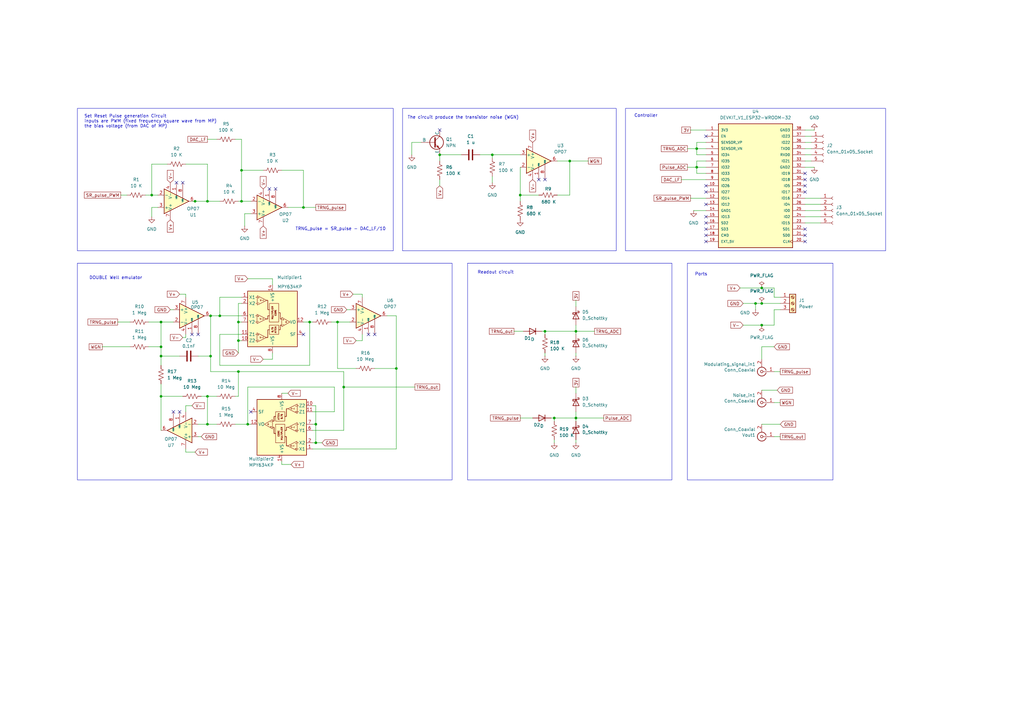
<source format=kicad_sch>
(kicad_sch (version 20231120) (generator "eeschema") (generator_version "8.0")
  (paper "A3")
  (lib_symbols
    (symbol "Amplifier_Operational:OP07" (pin_names (offset 0.127))
      (property "Reference" "U" (at 1.27 6.35 0))
      (property "Value" "OP07" (at 1.27 3.81 0))
      (symbol "OP07_1_1"
        (pin input line (at 0 -7.62 90) (length 5.08) (name "VOS") (number "1"))
        (pin input line (at -7.62 -2.54 0) (length 2.54) (name "-") (number "2"))
        (pin input line (at -7.62 2.54 0) (length 2.54) (name "+") (number "3"))
        (pin power_in line (at -2.54 -7.62 90) (length 3.81) (name "V-") (number "4"))
        (pin no_connect line (at 0 2.54 270) (length 2.54) hide (name "NC") (number "5"))
        (pin output line (at 7.62 0 180) (length 2.54) (name "~") (number "6"))
        (pin power_in line (at -2.54 7.62 270) (length 3.81) (name "V+") (number "7"))
        (pin input line (at 2.54 -7.62 90) (length 6.35) (name "VOS") (number "8"))
      )
    )
    (symbol "Analog:MPY634KP"
      (property "Reference" "U" (at -10.16 13.97 0))
      (property "Value" "MPY634KP" (at 1.27 13.97 0))
      (symbol "MPY634KP_0_0"
        (text "+" (at -5.842 -5.207 0) (effects (font (size 0.635 0.635))))
        (text "+" (at -5.842 2.413 0) (effects (font (size 0.635 0.635))))
        (text "+" (at -5.715 10.033 0) (effects (font (size 0.635 0.635))))
        (text "+" (at 4.445 1.016 0) (effects (font (size 0.635 0.635))))
        (text "-" (at -5.842 -7.366 0) (effects (font (size 0.635 0.635))))
        (text "-" (at -5.842 0.254 0) (effects (font (size 0.635 0.635))))
        (text "-" (at -5.715 7.874 0) (effects (font (size 0.635 0.635))))
        (text "-" (at 4.445 -1.016 0) (effects (font (size 0.635 0.635))))
        (text "A" (at 5.588 0 0) (effects (font (size 0.635 0.635))))
        (text "V-I" (at -4.445 -6.35 0) (effects (font (size 0.635 0.635))))
        (text "V-I" (at -4.445 1.27 0) (effects (font (size 0.635 0.635))))
        (text "V-I" (at -4.318 8.89 0) (effects (font (size 0.635 0.635))))
      )
      (symbol "MPY634KP_1_0"
        (text "0.75" (at 0 -3.175 900) (effects (font (size 0.635 0.635))))
        (text "ATTEN" (at 1.27 -3.175 900) (effects (font (size 0.635 0.635))))
        (text "CORE" (at 1.27 3.81 900) (effects (font (size 0.635 0.635))))
        (text "MULTIPLIER" (at 0 3.81 900) (effects (font (size 0.635 0.635))))
      )
      (symbol "MPY634KP_1_1"
        (pin input line (at -12.7 10.16 0) (length 2.54) (name "X1") (number "1"))
        (pin input line (at -12.7 -7.62 0) (length 2.54) (name "Z2") (number "10"))
        (pin input line (at -12.7 -5.08 0) (length 2.54) (name "Z1") (number "11"))
        (pin output line (at 12.7 0 180) (length 2.54) (name "VO") (number "12"))
        (pin no_connect line (at 10.16 2.54 180) (length 2.54) hide (name "NC") (number "13"))
        (pin power_in line (at 0 15.24 270) (length 2.54) (name "+VS") (number "14"))
        (pin input line (at -12.7 7.62 0) (length 2.54) (name "X2") (number "2"))
        (pin no_connect line (at 10.16 10.16 180) (length 2.54) hide (name "NC") (number "3"))
        (pin passive line (at 12.7 -5.08 180) (length 2.54) (name "SF") (number "4"))
        (pin no_connect line (at 10.16 7.62 180) (length 2.54) hide (name "NC") (number "5"))
        (pin input line (at -12.7 2.54 0) (length 2.54) (name "Y1") (number "6"))
        (pin input line (at -12.7 0 0) (length 2.54) (name "Y2") (number "7"))
        (pin power_in line (at 0 -12.7 90) (length 2.54) (name "-VS") (number "8"))
        (pin no_connect line (at 10.16 5.08 180) (length 2.54) hide (name "NC") (number "9"))
      )
    )
    (symbol "Connector:Conn_01x05_Socket" (pin_names (offset 1.016) hide)
      (property "Reference" "J" (at 0 7.62 0))
      (property "Value" "Conn_01x05_Socket" (at 0 -7.62 0))
      (symbol "Conn_01x05_Socket_1_1"
        (pin passive line (at -5.08 5.08 0) (length 3.81) (name "Pin_1") (number "1"))
        (pin passive line (at -5.08 2.54 0) (length 3.81) (name "Pin_2") (number "2"))
        (pin passive line (at -5.08 0 0) (length 3.81) (name "Pin_3") (number "3"))
        (pin passive line (at -5.08 -2.54 0) (length 3.81) (name "Pin_4") (number "4"))
        (pin passive line (at -5.08 -5.08 0) (length 3.81) (name "Pin_5") (number "5"))
      )
    )
    (symbol "Connector:Conn_Coaxial" (pin_names (offset 1.016) hide)
      (property "Reference" "J" (at 0.254 3.048 0))
      (property "Value" "Conn_Coaxial" (at 2.921 0 90))
      (symbol "Conn_Coaxial_1_1"
        (pin passive line (at -5.08 0 0) (length 2.54) (name "In") (number "1"))
        (pin passive line (at 0 -5.08 90) (length 2.54) (name "Ext") (number "2"))
      )
    )
    (symbol "Connector:Screw_Terminal_01x03" (pin_names (offset 1.016) hide)
      (property "Reference" "J" (at 0 5.08 0))
      (property "Value" "Screw_Terminal_01x03" (at 0 -5.08 0))
      (symbol "Screw_Terminal_01x03_1_1"
        (pin passive line (at -5.08 2.54 0) (length 3.81) (name "Pin_1") (number "1"))
        (pin passive line (at -5.08 0 0) (length 3.81) (name "Pin_2") (number "2"))
        (pin passive line (at -5.08 -2.54 0) (length 3.81) (name "Pin_3") (number "3"))
      )
    )
    (symbol "Device:C" (pin_numbers hide) (pin_names (offset 0.254))
      (property "Reference" "C" (at 0.635 2.54 0))
      (property "Value" "C" (at 0.635 -2.54 0))
      (symbol "C_1_1"
        (pin passive line (at 0 3.81 270) (length 2.794) (name "~") (number "1"))
        (pin passive line (at 0 -3.81 90) (length 2.794) (name "~") (number "2"))
      )
    )
    (symbol "Device:D" (pin_numbers hide) (pin_names (offset 1.016) hide)
      (property "Reference" "D" (at 0 2.54 0))
      (property "Value" "D" (at 0 -2.54 0))
      (symbol "D_1_1"
        (pin passive line (at -3.81 0 0) (length 2.54) (name "K") (number "1"))
        (pin passive line (at 3.81 0 180) (length 2.54) (name "A") (number "2"))
      )
    )
    (symbol "Device:D_Schottky" (pin_numbers hide) (pin_names (offset 1.016) hide)
      (property "Reference" "D" (at 0 2.54 0))
      (property "Value" "D_Schottky" (at 0 -2.54 0))
      (symbol "D_Schottky_1_1"
        (pin passive line (at -3.81 0 0) (length 2.54) (name "K") (number "1"))
        (pin passive line (at 3.81 0 180) (length 2.54) (name "A") (number "2"))
      )
    )
    (symbol "Device:R_US" (pin_numbers hide) (pin_names (offset 0))
      (property "Reference" "R" (at 2.54 0 90))
      (property "Value" "R_US" (at -2.54 0 90))
      (symbol "R_US_1_1"
        (pin passive line (at 0 3.81 270) (length 1.27) (name "~") (number "1"))
        (pin passive line (at 0 -3.81 90) (length 1.27) (name "~") (number "2"))
      )
    )
    (symbol "ESP32_WROOM:DEVKIT_V1_ESP32-WROOM-32" (pin_names (offset 1.016))
      (property "Reference" "U" (at -15.2572 26.0643 0))
      (property "Value" "DEVKIT_V1_ESP32-WROOM-32" (at -15.2563 -27.9698 0))
      (symbol "DEVKIT_V1_ESP32-WROOM-32_0_0"
        (pin power_in line (at -20.32 22.86 0) (length 5.08) (name "3V3") (number "1"))
        (pin bidirectional line (at -20.32 0 0) (length 5.08) (name "IO26") (number "10"))
        (pin bidirectional line (at -20.32 -2.54 0) (length 5.08) (name "IO27") (number "11"))
        (pin bidirectional line (at -20.32 -5.08 0) (length 5.08) (name "IO14") (number "12"))
        (pin bidirectional line (at -20.32 -7.62 0) (length 5.08) (name "IO12") (number "13"))
        (pin power_in line (at -20.32 -10.16 0) (length 5.08) (name "GND1") (number "14"))
        (pin bidirectional line (at -20.32 -12.7 0) (length 5.08) (name "IO13") (number "15"))
        (pin bidirectional line (at -20.32 -15.24 0) (length 5.08) (name "SD2") (number "16"))
        (pin bidirectional line (at -20.32 -17.78 0) (length 5.08) (name "SD3") (number "17"))
        (pin bidirectional line (at -20.32 -20.32 0) (length 5.08) (name "CMD") (number "18"))
        (pin power_in line (at -20.32 -22.86 0) (length 5.08) (name "EXT_5V") (number "19"))
        (pin input line (at -20.32 20.32 0) (length 5.08) (name "EN") (number "2"))
        (pin input clock (at 20.32 -22.86 180) (length 5.08) (name "CLK") (number "20"))
        (pin bidirectional line (at 20.32 -20.32 180) (length 5.08) (name "SD0") (number "21"))
        (pin bidirectional line (at 20.32 -17.78 180) (length 5.08) (name "SD1") (number "22"))
        (pin bidirectional line (at 20.32 -15.24 180) (length 5.08) (name "IO15") (number "23"))
        (pin bidirectional line (at 20.32 -12.7 180) (length 5.08) (name "IO2") (number "24"))
        (pin bidirectional line (at 20.32 -10.16 180) (length 5.08) (name "IO0") (number "25"))
        (pin bidirectional line (at 20.32 -7.62 180) (length 5.08) (name "IO4") (number "26"))
        (pin bidirectional line (at 20.32 -5.08 180) (length 5.08) (name "IO16") (number "27"))
        (pin bidirectional line (at 20.32 -2.54 180) (length 5.08) (name "IO17") (number "28"))
        (pin bidirectional line (at 20.32 0 180) (length 5.08) (name "IO5") (number "29"))
        (pin input line (at -20.32 17.78 0) (length 5.08) (name "SENSOR_VP") (number "3"))
        (pin bidirectional line (at 20.32 2.54 180) (length 5.08) (name "IO18") (number "30"))
        (pin bidirectional line (at 20.32 5.08 180) (length 5.08) (name "IO19") (number "31"))
        (pin power_in line (at 20.32 7.62 180) (length 5.08) (name "GND2") (number "32"))
        (pin bidirectional line (at 20.32 10.16 180) (length 5.08) (name "IO21") (number "33"))
        (pin input line (at 20.32 12.7 180) (length 5.08) (name "RXD0") (number "34"))
        (pin output line (at 20.32 15.24 180) (length 5.08) (name "TXD0") (number "35"))
        (pin bidirectional line (at 20.32 17.78 180) (length 5.08) (name "IO22") (number "36"))
        (pin bidirectional line (at 20.32 20.32 180) (length 5.08) (name "IO23") (number "37"))
        (pin power_in line (at 20.32 22.86 180) (length 5.08) (name "GND3") (number "38"))
        (pin input line (at -20.32 15.24 0) (length 5.08) (name "SENSOR_VN") (number "4"))
        (pin bidirectional line (at -20.32 12.7 0) (length 5.08) (name "IO34") (number "5"))
        (pin bidirectional line (at -20.32 10.16 0) (length 5.08) (name "IO35") (number "6"))
        (pin bidirectional line (at -20.32 7.62 0) (length 5.08) (name "IO32") (number "7"))
        (pin bidirectional line (at -20.32 5.08 0) (length 5.08) (name "IO33") (number "8"))
        (pin bidirectional line (at -20.32 2.54 0) (length 5.08) (name "IO25") (number "9"))
      )
    )
    (symbol "Simulation_SPICE:NPN" (pin_numbers hide) (pin_names (offset 0))
      (property "Reference" "Q" (at -2.54 7.62 0))
      (property "Value" "NPN" (at -2.54 5.08 0))
      (symbol "NPN_1_1"
        (pin open_collector line (at 2.54 5.08 270) (length 2.54) (name "C") (number "1"))
        (pin input line (at -5.08 0 0) (length 2.54) (name "B") (number "2"))
        (pin open_emitter line (at 2.54 -5.08 90) (length 2.54) (name "E") (number "3"))
      )
    )
    (symbol "power:GND" (power) (pin_numbers hide) (pin_names (offset 0) hide)
      (property "Value" "GND" (at 0 -3.81 0))
      (symbol "GND_1_1"
        (pin power_in line (at 0 0 270) (length 0) (name "~") (number "1"))
      )
    )
    (symbol "power:PWR_FLAG" (power) (pin_numbers hide) (pin_names (offset 0) hide)
      (property "Value" "PWR_FLAG" (at 0 3.81 0))
      (symbol "PWR_FLAG_0_0"
        (pin power_out line (at 0 0 90) (length 0) (name "~") (number "1"))
      )
    )
  )
  (junction (at 236.22 135.89))
  (junction (at 236.22 171.45))
  (junction (at 99.06 82.55))
  (junction (at 66.04 162.56))
  (junction (at 101.6 173.99))
  (junction (at 85.09 82.55))
  (junction (at 97.79 139.7))
  (junction (at 285.75 68.58))
  (junction (at 233.68 66.04))
  (junction (at 140.97 158.75))
  (junction (at 213.36 80.01))
  (junction (at 86.36 129.54))
  (junction (at 309.88 124.46))
  (junction (at 138.43 132.08))
  (junction (at 223.52 135.89))
  (junction (at 312.42 133.35))
  (junction (at 85.09 173.99))
  (junction (at 227.33 171.45))
  (junction (at 66.04 146.05))
  (junction (at 129.54 173.99))
  (junction (at 66.04 142.24))
  (junction (at 180.34 63.5))
  (junction (at 127 132.08))
  (junction (at 80.01 82.55))
  (junction (at 285.75 60.96))
  (junction (at 312.42 118.11))
  (junction (at 97.79 152.4))
  (junction (at 99.06 69.85))
  (junction (at 129.54 181.61))
  (junction (at 66.04 132.08))
  (junction (at 62.23 80.01))
  (junction (at 90.17 129.54))
  (junction (at 86.36 146.05))
  (junction (at 162.56 151.13))
  (junction (at 312.42 124.46))
  (junction (at 85.09 162.56))
  (junction (at 201.93 63.5))
  (junction (at 97.79 132.08))
  (junction (at 124.46 85.09))
  (no_connect (at 220.98 73.66))
  (no_connect (at 72.39 74.93))
  (no_connect (at 330.2 78.74))
  (no_connect (at 330.2 96.52))
  (no_connect (at 289.56 83.82))
  (no_connect (at 151.13 137.16))
  (no_connect (at 330.2 93.98))
  (no_connect (at 102.87 168.91))
  (no_connect (at 289.56 96.52))
  (no_connect (at 73.66 168.91))
  (no_connect (at 330.2 71.12))
  (no_connect (at 74.93 74.93))
  (no_connect (at 330.2 99.06))
  (no_connect (at 71.12 168.91))
  (no_connect (at 180.34 53.34))
  (no_connect (at 124.46 137.16))
  (no_connect (at 289.56 99.06))
  (no_connect (at 289.56 93.98))
  (no_connect (at 223.52 73.66))
  (no_connect (at 113.03 77.47))
  (no_connect (at 289.56 55.88))
  (no_connect (at 330.2 73.66))
  (no_connect (at 289.56 88.9))
  (no_connect (at 330.2 76.2))
  (no_connect (at 153.67 137.16))
  (no_connect (at 110.49 77.47))
  (no_connect (at 78.74 137.16))
  (no_connect (at 289.56 78.74))
  (no_connect (at 289.56 76.2))
  (no_connect (at 81.28 137.16))
  (no_connect (at 289.56 91.44))
  (wire (pts (xy 99.06 82.55) (xy 102.87 82.55)))
  (wire (pts (xy 129.54 181.61) (xy 128.27 181.61)))
  (wire (pts (xy 320.04 121.92) (xy 317.5 121.92)))
  (wire (pts (xy 336.55 83.82) (xy 330.2 83.82)))
  (wire (pts (xy 129.54 166.37) (xy 129.54 173.99)))
  (wire (pts (xy 66.04 132.08) (xy 71.12 132.08)))
  (wire (pts (xy 140.97 158.75) (xy 170.18 158.75)))
  (wire (pts (xy 99.06 57.15) (xy 99.06 69.85)))
  (wire (pts (xy 86.36 129.54) (xy 86.36 146.05)))
  (wire (pts (xy 196.85 63.5) (xy 201.93 63.5)))
  (wire (pts (xy 137.16 158.75) (xy 101.6 158.75)))
  (wire (pts (xy 86.36 146.05) (xy 86.36 152.4)))
  (wire (pts (xy 86.36 152.4) (xy 97.79 152.4)))
  (wire (pts (xy 107.95 147.32) (xy 111.76 147.32)))
  (wire (pts (xy 62.23 67.31) (xy 62.23 80.01)))
  (wire (pts (xy 62.23 88.9) (xy 62.23 85.09)))
  (wire (pts (xy 317.5 127) (xy 320.04 127)))
  (wire (pts (xy 334.01 68.58) (xy 330.2 68.58)))
  (wire (pts (xy 285.75 60.96) (xy 289.56 60.96)))
  (wire (pts (xy 132.08 181.61) (xy 129.54 181.61)))
  (wire (pts (xy 312.42 118.11) (xy 317.5 118.11)))
  (wire (pts (xy 85.09 67.31) (xy 85.09 82.55)))
  (wire (pts (xy 162.56 151.13) (xy 162.56 184.15)))
  (wire (pts (xy 317.5 121.92) (xy 317.5 118.11)))
  (wire (pts (xy 85.09 162.56) (xy 82.55 162.56)))
  (wire (pts (xy 317.5 165.1) (xy 320.04 165.1)))
  (wire (pts (xy 97.79 139.7) (xy 99.06 139.7)))
  (wire (pts (xy 73.66 146.05) (xy 66.04 146.05)))
  (wire (pts (xy 223.52 135.89) (xy 236.22 135.89)))
  (wire (pts (xy 236.22 144.78) (xy 236.22 146.05)))
  (wire (pts (xy 118.11 161.29) (xy 115.57 161.29)))
  (wire (pts (xy 66.04 162.56) (xy 66.04 176.53)))
  (wire (pts (xy 223.52 135.89) (xy 223.52 137.16)))
  (wire (pts (xy 162.56 129.54) (xy 162.56 151.13)))
  (wire (pts (xy 140.97 152.4) (xy 140.97 158.75)))
  (wire (pts (xy 336.55 91.44) (xy 330.2 91.44)))
  (wire (pts (xy 66.04 142.24) (xy 66.04 146.05)))
  (wire (pts (xy 111.76 147.32) (xy 111.76 144.78)))
  (wire (pts (xy 236.22 168.91) (xy 236.22 171.45)))
  (wire (pts (xy 100.33 87.63) (xy 102.87 87.63)))
  (wire (pts (xy 59.69 80.01) (xy 62.23 80.01)))
  (wire (pts (xy 140.97 158.75) (xy 140.97 176.53)))
  (wire (pts (xy 317.5 142.24) (xy 312.42 142.24)))
  (wire (pts (xy 330.2 58.42) (xy 332.74 58.42)))
  (wire (pts (xy 233.68 66.04) (xy 233.68 80.01)))
  (wire (pts (xy 48.26 132.08) (xy 53.34 132.08)))
  (wire (pts (xy 90.17 149.86) (xy 127 149.86)))
  (wire (pts (xy 78.74 166.37) (xy 76.2 166.37)))
  (wire (pts (xy 317.5 179.07) (xy 320.04 179.07)))
  (wire (pts (xy 283.21 81.28) (xy 289.56 81.28)))
  (wire (pts (xy 101.6 173.99) (xy 96.52 173.99)))
  (wire (pts (xy 127 149.86) (xy 127 132.08)))
  (wire (pts (xy 124.46 85.09) (xy 129.54 85.09)))
  (wire (pts (xy 82.55 179.07) (xy 81.28 179.07)))
  (wire (pts (xy 90.17 129.54) (xy 90.17 121.92)))
  (wire (pts (xy 97.79 124.46) (xy 97.79 132.08)))
  (wire (pts (xy 66.04 162.56) (xy 66.04 157.48)))
  (wire (pts (xy 101.6 158.75) (xy 101.6 173.99)))
  (wire (pts (xy 236.22 158.75) (xy 236.22 161.29)))
  (wire (pts (xy 97.79 152.4) (xy 140.97 152.4)))
  (wire (pts (xy 312.42 173.99) (xy 320.04 173.99)))
  (wire (pts (xy 85.09 57.15) (xy 88.9 57.15)))
  (wire (pts (xy 97.79 162.56) (xy 96.52 162.56)))
  (wire (pts (xy 71.12 127) (xy 69.85 127)))
  (wire (pts (xy 312.42 124.46) (xy 320.04 124.46)))
  (wire (pts (xy 236.22 135.89) (xy 243.84 135.89)))
  (wire (pts (xy 330.2 53.34) (xy 334.01 53.34)))
  (wire (pts (xy 111.76 114.3) (xy 111.76 116.84)))
  (wire (pts (xy 86.36 129.54) (xy 90.17 129.54)))
  (wire (pts (xy 85.09 173.99) (xy 81.28 173.99)))
  (wire (pts (xy 41.91 142.24) (xy 53.34 142.24)))
  (wire (pts (xy 236.22 133.35) (xy 236.22 135.89)))
  (wire (pts (xy 309.88 124.46) (xy 312.42 124.46)))
  (wire (pts (xy 76.2 168.91) (xy 76.2 166.37)))
  (wire (pts (xy 62.23 85.09) (xy 64.77 85.09)))
  (wire (pts (xy 168.91 58.42) (xy 168.91 63.5)))
  (wire (pts (xy 228.6 80.01) (xy 233.68 80.01)))
  (wire (pts (xy 285.75 71.12) (xy 289.56 71.12)))
  (wire (pts (xy 226.06 171.45) (xy 227.33 171.45)))
  (wire (pts (xy 236.22 137.16) (xy 236.22 135.89)))
  (wire (pts (xy 285.75 66.04) (xy 285.75 68.58)))
  (wire (pts (xy 201.93 63.5) (xy 213.36 63.5)))
  (wire (pts (xy 227.33 180.34) (xy 227.33 181.61)))
  (wire (pts (xy 100.33 92.71) (xy 100.33 87.63)))
  (wire (pts (xy 312.42 142.24) (xy 312.42 147.32)))
  (wire (pts (xy 213.36 68.58) (xy 213.36 80.01)))
  (wire (pts (xy 74.93 138.43) (xy 76.2 138.43)))
  (wire (pts (xy 220.98 80.01) (xy 213.36 80.01)))
  (wire (pts (xy 228.6 66.04) (xy 233.68 66.04)))
  (wire (pts (xy 320.04 152.4) (xy 317.5 152.4)))
  (wire (pts (xy 129.54 173.99) (xy 128.27 173.99)))
  (wire (pts (xy 236.22 180.34) (xy 236.22 181.61)))
  (wire (pts (xy 99.06 69.85) (xy 99.06 82.55)))
  (wire (pts (xy 336.55 88.9) (xy 330.2 88.9)))
  (wire (pts (xy 285.75 58.42) (xy 285.75 60.96)))
  (wire (pts (xy 78.74 82.55) (xy 80.01 82.55)))
  (wire (pts (xy 330.2 66.04) (xy 332.74 66.04)))
  (wire (pts (xy 99.06 124.46) (xy 97.79 124.46)))
  (wire (pts (xy 318.77 160.02) (xy 312.42 160.02)))
  (wire (pts (xy 97.79 144.78) (xy 97.79 139.7)))
  (wire (pts (xy 74.93 162.56) (xy 66.04 162.56)))
  (wire (pts (xy 90.17 137.16) (xy 90.17 149.86)))
  (wire (pts (xy 102.87 173.99) (xy 101.6 173.99)))
  (wire (pts (xy 285.75 68.58) (xy 289.56 68.58)))
  (wire (pts (xy 148.59 139.7) (xy 148.59 137.16)))
  (wire (pts (xy 309.88 124.46) (xy 309.88 127)))
  (wire (pts (xy 213.36 80.01) (xy 213.36 82.55)))
  (wire (pts (xy 236.22 172.72) (xy 236.22 171.45)))
  (wire (pts (xy 148.59 120.65) (xy 148.59 121.92)))
  (wire (pts (xy 289.56 66.04) (xy 285.75 66.04)))
  (wire (pts (xy 330.2 60.96) (xy 332.74 60.96)))
  (wire (pts (xy 227.33 171.45) (xy 236.22 171.45)))
  (wire (pts (xy 336.55 81.28) (xy 330.2 81.28)))
  (wire (pts (xy 213.36 171.45) (xy 218.44 171.45)))
  (wire (pts (xy 62.23 80.01) (xy 64.77 80.01)))
  (wire (pts (xy 201.93 72.39) (xy 201.93 74.93)))
  (wire (pts (xy 52.07 80.01) (xy 49.53 80.01)))
  (wire (pts (xy 101.6 114.3) (xy 111.76 114.3)))
  (wire (pts (xy 129.54 166.37) (xy 128.27 166.37)))
  (wire (pts (xy 304.8 133.35) (xy 312.42 133.35)))
  (wire (pts (xy 90.17 129.54) (xy 99.06 129.54)))
  (wire (pts (xy 144.78 120.65) (xy 148.59 120.65)))
  (wire (pts (xy 97.79 132.08) (xy 99.06 132.08)))
  (wire (pts (xy 80.01 185.42) (xy 76.2 185.42)))
  (wire (pts (xy 124.46 85.09) (xy 124.46 69.85)))
  (wire (pts (xy 162.56 184.15) (xy 128.27 184.15)))
  (wire (pts (xy 115.57 190.5) (xy 119.38 190.5)))
  (wire (pts (xy 124.46 132.08) (xy 127 132.08)))
  (wire (pts (xy 142.24 127) (xy 143.51 127)))
  (wire (pts (xy 283.21 53.34) (xy 289.56 53.34)))
  (wire (pts (xy 107.95 69.85) (xy 99.06 69.85)))
  (wire (pts (xy 222.25 135.89) (xy 223.52 135.89)))
  (wire (pts (xy 99.06 137.16) (xy 90.17 137.16)))
  (wire (pts (xy 76.2 138.43) (xy 76.2 137.16)))
  (wire (pts (xy 60.96 142.24) (xy 66.04 142.24)))
  (wire (pts (xy 233.68 66.04) (xy 241.3 66.04)))
  (wire (pts (xy 146.05 139.7) (xy 148.59 139.7)))
  (wire (pts (xy 236.22 171.45) (xy 247.65 171.45)))
  (wire (pts (xy 60.96 132.08) (xy 66.04 132.08)))
  (wire (pts (xy 289.56 58.42) (xy 285.75 58.42)))
  (wire (pts (xy 124.46 69.85) (xy 115.57 69.85)))
  (wire (pts (xy 80.01 82.55) (xy 85.09 82.55)))
  (wire (pts (xy 97.79 82.55) (xy 99.06 82.55)))
  (wire (pts (xy 115.57 190.5) (xy 115.57 189.23)))
  (wire (pts (xy 223.52 144.78) (xy 223.52 146.05)))
  (wire (pts (xy 279.4 73.66) (xy 289.56 73.66)))
  (wire (pts (xy 180.34 63.5) (xy 189.23 63.5)))
  (wire (pts (xy 236.22 123.19) (xy 236.22 125.73)))
  (wire (pts (xy 85.09 162.56) (xy 85.09 173.99)))
  (wire (pts (xy 76.2 120.65) (xy 76.2 121.92)))
  (wire (pts (xy 168.91 58.42) (xy 172.72 58.42)))
  (wire (pts (xy 66.04 146.05) (xy 66.04 149.86)))
  (wire (pts (xy 210.82 135.89) (xy 214.63 135.89)))
  (wire (pts (xy 86.36 146.05) (xy 81.28 146.05)))
  (wire (pts (xy 317.5 133.35) (xy 317.5 127)))
  (wire (pts (xy 146.05 151.13) (xy 138.43 151.13)))
  (wire (pts (xy 285.75 63.5) (xy 289.56 63.5)))
  (wire (pts (xy 137.16 168.91) (xy 137.16 158.75)))
  (wire (pts (xy 140.97 176.53) (xy 128.27 176.53)))
  (wire (pts (xy 90.17 121.92) (xy 99.06 121.92)))
  (wire (pts (xy 330.2 63.5) (xy 332.74 63.5)))
  (wire (pts (xy 88.9 162.56) (xy 85.09 162.56)))
  (wire (pts (xy 304.8 124.46) (xy 309.88 124.46)))
  (wire (pts (xy 330.2 55.88) (xy 332.74 55.88)))
  (wire (pts (xy 285.75 68.58) (xy 285.75 71.12)))
  (wire (pts (xy 88.9 173.99) (xy 85.09 173.99)))
  (wire (pts (xy 73.66 120.65) (xy 76.2 120.65)))
  (wire (pts (xy 127 132.08) (xy 128.27 132.08)))
  (wire (pts (xy 66.04 132.08) (xy 66.04 142.24)))
  (wire (pts (xy 303.53 118.11) (xy 312.42 118.11)))
  (wire (pts (xy 281.94 60.96) (xy 285.75 60.96)))
  (wire (pts (xy 180.34 73.66) (xy 180.34 76.2)))
  (wire (pts (xy 285.75 60.96) (xy 285.75 63.5)))
  (wire (pts (xy 281.94 68.58) (xy 285.75 68.58)))
  (wire (pts (xy 284.48 86.36) (xy 289.56 86.36)))
  (wire (pts (xy 180.34 66.04) (xy 180.34 63.5)))
  (wire (pts (xy 138.43 151.13) (xy 138.43 132.08)))
  (wire (pts (xy 162.56 151.13) (xy 153.67 151.13)))
  (wire (pts (xy 129.54 173.99) (xy 129.54 181.61)))
  (wire (pts (xy 118.11 85.09) (xy 124.46 85.09)))
  (wire (pts (xy 128.27 168.91) (xy 137.16 168.91)))
  (wire (pts (xy 336.55 86.36) (xy 330.2 86.36)))
  (wire (pts (xy 76.2 67.31) (xy 85.09 67.31)))
  (wire (pts (xy 227.33 171.45) (xy 227.33 172.72)))
  (wire (pts (xy 68.58 67.31) (xy 62.23 67.31)))
  (wire (pts (xy 158.75 129.54) (xy 162.56 129.54)))
  (wire (pts (xy 97.79 132.08) (xy 97.79 139.7)))
  (wire (pts (xy 201.93 63.5) (xy 201.93 64.77)))
  (wire (pts (xy 96.52 57.15) (xy 99.06 57.15)))
  (wire (pts (xy 76.2 185.42) (xy 76.2 184.15)))
  (wire (pts (xy 135.89 132.08) (xy 138.43 132.08)))
  (wire (pts (xy 312.42 133.35) (xy 317.5 133.35)))
  (wire (pts (xy 85.09 82.55) (xy 90.17 82.55)))
  (wire (pts (xy 97.79 152.4) (xy 97.79 162.56)))
  (wire (pts (xy 138.43 132.08) (xy 143.51 132.08)))
  (rectangle (start 31.75 44.45) (end 161.29 102.87))
  (rectangle (start 281.94 107.95) (end 341.63 196.85))
  (rectangle (start 165.1 44.45) (end 252.73 102.87))
  (rectangle (start 256.54 44.45) (end 363.22 102.87))
  (rectangle (start 191.77 107.95) (end 275.59 196.85))
  (rectangle (start 31.75 107.95) (end 185.42 196.85))
  (text "DOUBLE Well emulator" (at 36.576 114.046 0) (effects (font (size 1.27 1.27)) (justify left)))
  (text "Set Reset Pulse generation Circuit\ninputs are PWM (fixed frequency square wave from MP)\nthe bias voltage (from DAC of MP)" (at 34.544 49.784 0) (effects (font (size 1.27 1.27)) (justify left)))
  (text "Ports" (at 284.988 112.522 0) (effects (font (size 1.27 1.27)) (justify left)))
  (text "Readout circuit" (at 195.834 111.76 0) (effects (font (size 1.27 1.27)) (justify left)))
  (text "TRNG_pulse = SR_pulse - DAC_LF/10" (at 121.158 93.98 0) (effects (font (size 1.27 1.27)) (justify left)))
  (text "Controller" (at 260.096 47.498 0) (effects (font (size 1.27 1.27)) (justify left)))
  (text "The circuit produce the transistor noise (WGN)" (at 167.132 48.26 0) (effects (font (size 1.27 1.27)) (justify left)))
  (global_label "3V" (shape passive) (at 236.22 158.75 90) (property "Intersheetrefs" "${INTERSHEET_REFS}" (effects (hide yes))))
  (global_label "TRNG_pulse" (shape passive) (at 320.04 152.4 0) (property "Intersheetrefs" "${INTERSHEET_REFS}" (effects (hide yes))))
  (global_label "V-" (shape input) (at 78.74 166.37 0) (property "Intersheetrefs" "${INTERSHEET_REFS}" (effects (hide yes))))
  (global_label "GND" (shape input) (at 132.08 181.61 0) (property "Intersheetrefs" "${INTERSHEET_REFS}" (effects (hide yes))))
  (global_label "V+" (shape input) (at 101.6 114.3 180) (property "Intersheetrefs" "${INTERSHEET_REFS}" (effects (hide yes))))
  (global_label "V-" (shape input) (at 304.8 133.35 180) (property "Intersheetrefs" "${INTERSHEET_REFS}" (effects (hide yes))))
  (global_label "V+" (shape input) (at 180.34 76.2 270) (property "Intersheetrefs" "${INTERSHEET_REFS}" (effects (hide yes))))
  (global_label "TRNG_out" (shape passive) (at 170.18 158.75 0) (property "Intersheetrefs" "${INTERSHEET_REFS}" (effects (hide yes))))
  (global_label "V+" (shape input) (at 218.44 58.42 90) (property "Intersheetrefs" "${INTERSHEET_REFS}" (effects (hide yes))))
  (global_label "TRNG_out" (shape passive) (at 320.04 179.07 0) (property "Intersheetrefs" "${INTERSHEET_REFS}" (effects (hide yes))))
  (global_label "WGN" (shape passive) (at 41.91 142.24 180) (property "Intersheetrefs" "${INTERSHEET_REFS}" (effects (hide yes))))
  (global_label "TRNG_pulse" (shape passive) (at 48.26 132.08 180) (property "Intersheetrefs" "${INTERSHEET_REFS}" (effects (hide yes))))
  (global_label "V+" (shape input) (at 119.38 190.5 0) (property "Intersheetrefs" "${INTERSHEET_REFS}" (effects (hide yes))))
  (global_label "GND" (shape input) (at 142.24 127 180) (property "Intersheetrefs" "${INTERSHEET_REFS}" (effects (hide yes))))
  (global_label "TRNG_ADC" (shape passive) (at 281.94 60.96 180) (property "Intersheetrefs" "${INTERSHEET_REFS}" (effects (hide yes))))
  (global_label "SR_pulse_PWM" (shape passive) (at 283.21 81.28 180) (property "Intersheetrefs" "${INTERSHEET_REFS}" (effects (hide yes))))
  (global_label "V-" (shape input) (at 107.95 147.32 180) (property "Intersheetrefs" "${INTERSHEET_REFS}" (effects (hide yes))))
  (global_label "GND" (shape input) (at 97.79 144.78 180) (property "Intersheetrefs" "${INTERSHEET_REFS}" (effects (hide yes))))
  (global_label "DAC_LF" (shape passive) (at 279.4 73.66 180) (property "Intersheetrefs" "${INTERSHEET_REFS}" (effects (hide yes))))
  (global_label "TRNG_out" (shape passive) (at 210.82 135.89 180) (property "Intersheetrefs" "${INTERSHEET_REFS}" (effects (hide yes))))
  (global_label "DAC_LF" (shape passive) (at 85.09 57.15 180) (property "Intersheetrefs" "${INTERSHEET_REFS}" (effects (hide yes))))
  (global_label "V+" (shape input) (at 80.01 185.42 0) (property "Intersheetrefs" "${INTERSHEET_REFS}" (effects (hide yes))))
  (global_label "V+" (shape input) (at 69.85 90.17 270) (property "Intersheetrefs" "${INTERSHEET_REFS}" (effects (hide yes))))
  (global_label "TRNG_pulse" (shape passive) (at 129.54 85.09 0) (property "Intersheetrefs" "${INTERSHEET_REFS}" (effects (hide yes))))
  (global_label "3V" (shape passive) (at 283.21 53.34 180) (property "Intersheetrefs" "${INTERSHEET_REFS}" (effects (hide yes))))
  (global_label "GND" (shape input) (at 317.5 142.24 0) (property "Intersheetrefs" "${INTERSHEET_REFS}" (effects (hide yes))))
  (global_label "TRNG_ADC" (shape passive) (at 243.84 135.89 0) (property "Intersheetrefs" "${INTERSHEET_REFS}" (effects (hide yes))))
  (global_label "V+" (shape input) (at 144.78 120.65 180) (property "Intersheetrefs" "${INTERSHEET_REFS}" (effects (hide yes))))
  (global_label "3V" (shape passive) (at 236.22 123.19 90) (property "Intersheetrefs" "${INTERSHEET_REFS}" (effects (hide yes))))
  (global_label "V-" (shape input) (at 69.85 74.93 90) (property "Intersheetrefs" "${INTERSHEET_REFS}" (effects (hide yes))))
  (global_label "V-" (shape input) (at 74.93 138.43 180) (property "Intersheetrefs" "${INTERSHEET_REFS}" (effects (hide yes))))
  (global_label "TRNG_pulse" (shape passive) (at 213.36 171.45 180) (property "Intersheetrefs" "${INTERSHEET_REFS}" (effects (hide yes))))
  (global_label "SR_pulse_PWM" (shape passive) (at 49.53 80.01 180) (property "Intersheetrefs" "${INTERSHEET_REFS}" (effects (hide yes))))
  (global_label "GND" (shape input) (at 304.8 124.46 180) (property "Intersheetrefs" "${INTERSHEET_REFS}" (effects (hide yes))))
  (global_label "GND" (shape input) (at 82.55 179.07 0) (property "Intersheetrefs" "${INTERSHEET_REFS}" (effects (hide yes))))
  (global_label "GND" (shape input) (at 320.04 173.99 0) (property "Intersheetrefs" "${INTERSHEET_REFS}" (effects (hide yes))))
  (global_label "GND" (shape input) (at 69.85 127 180) (property "Intersheetrefs" "${INTERSHEET_REFS}" (effects (hide yes))))
  (global_label "V+" (shape input) (at 303.53 118.11 180) (property "Intersheetrefs" "${INTERSHEET_REFS}" (effects (hide yes))))
  (global_label "Pulse_ADC" (shape passive) (at 281.94 68.58 180) (property "Intersheetrefs" "${INTERSHEET_REFS}" (effects (hide yes))))
  (global_label "V+" (shape input) (at 107.95 92.71 270) (property "Intersheetrefs" "${INTERSHEET_REFS}" (effects (hide yes))))
  (global_label "WGN" (shape passive) (at 320.04 165.1 0) (property "Intersheetrefs" "${INTERSHEET_REFS}" (effects (hide yes))))
  (global_label "Pulse_ADC" (shape passive) (at 247.65 171.45 0) (property "Intersheetrefs" "${INTERSHEET_REFS}" (effects (hide yes))))
  (global_label "V-" (shape input) (at 107.95 77.47 90) (property "Intersheetrefs" "${INTERSHEET_REFS}" (effects (hide yes))))
  (global_label "V-" (shape input) (at 146.05 139.7 180) (property "Intersheetrefs" "${INTERSHEET_REFS}" (effects (hide yes))))
  (global_label "GND" (shape input) (at 318.77 160.02 0) (property "Intersheetrefs" "${INTERSHEET_REFS}" (effects (hide yes))))
  (global_label "WGN" (shape passive) (at 241.3 66.04 0) (property "Intersheetrefs" "${INTERSHEET_REFS}" (effects (hide yes))))
  (global_label "V-" (shape input) (at 118.11 161.29 0) (property "Intersheetrefs" "${INTERSHEET_REFS}" (effects (hide yes))))
  (global_label "V-" (shape input) (at 218.44 73.66 270) (property "Intersheetrefs" "${INTERSHEET_REFS}" (effects (hide yes))))
  (global_label "V+" (shape input) (at 73.66 120.65 180) (property "Intersheetrefs" "${INTERSHEET_REFS}" (effects (hide yes))))
  (symbol (lib_id "Amplifier_Operational:OP07") (at 73.66 176.53 180) (unit 1)
    (property "Reference" "U7" (at 70.104 182.626 0))
    (property "Value" "OP07" (at 70.104 180.086 0))
    (property "Footprint" "Package_DIP:DIP-8_W7.62mm_Socket" (effects (hide yes)))
    (property "Datasheet" "https://www.analog.com/media/en/technical-documentation/data-sheets/OP07.pdf" (effects (hide yes)))
    (property "Description" "Single Ultra-Low Offset Voltage Operational Amplifier, DIP-8/SOIC-8" (effects (hide yes)))
  )
  (symbol (lib_id "power:GND") (at 334.01 68.58 0) (unit 1)
    (property "Reference" "#PWR012" (effects (hide yes)))
    (property "Value" "GND" (at 334.01 73.66 0))
    (property "Description" "Power symbol creates a global label with name \"GND\" , ground" (effects (hide yes)))
  )
  (symbol (lib_id "Amplifier_Operational:OP07") (at 151.13 129.54 0) (unit 1)
    (property "Reference" "U6" (at 160.02 123.2214 0))
    (property "Value" "OP07" (at 160.02 125.7614 0))
    (property "Footprint" "Package_DIP:DIP-8_W7.62mm_Socket" (effects (hide yes)))
    (property "Datasheet" "https://www.analog.com/media/en/technical-documentation/data-sheets/OP07.pdf" (effects (hide yes)))
    (property "Description" "Single Ultra-Low Offset Voltage Operational Amplifier, DIP-8/SOIC-8" (effects (hide yes)))
  )
  (symbol (lib_id "Device:D_Schottky") (at 236.22 176.53 270) (unit 1)
    (property "Reference" "D4" (at 238.76 174.9424 90) (effects (justify left)))
    (property "Value" "D_Schottky" (at 238.76 177.292 90) (effects (justify left)))
    (property "Footprint" "Diode_THT:D_A-405_P7.62mm_Horizontal" (effects (hide yes)))
    (property "Description" "Schottky diode" (effects (hide yes)))
  )
  (symbol (lib_id "Connector:Conn_01x05_Socket") (at 341.63 86.36 0) (unit 1)
    (property "Reference" "J3" (at 342.9 85.0899 0) (effects (justify left)))
    (property "Value" "Conn_01x05_Socket" (at 342.9 87.6299 0) (effects (justify left)))
    (property "Footprint" "Connector_PinSocket_2.54mm:PinSocket_1x05_P2.54mm_Vertical" (effects (hide yes)))
    (property "Description" "Generic connector, single row, 01x05, script generated" (effects (hide yes)))
  )
  (symbol (lib_id "power:PWR_FLAG") (at 312.42 118.11 0) (unit 1)
    (property "Reference" "#FLG01" (effects (hide yes)))
    (property "Value" "PWR_FLAG" (at 312.42 113.03 0))
    (property "Description" "Special symbol for telling ERC where power comes from" (effects (hide yes)))
  )
  (symbol (lib_id "Device:R_US") (at 132.08 132.08 90) (unit 1)
    (property "Reference" "R12" (at 132.08 125.73 90))
    (property "Value" "1 Meg" (at 132.08 128.27 90))
    (property "Footprint" "Resistor_THT:R_Axial_DIN0309_L9.0mm_D3.2mm_P12.70mm_Horizontal" (effects (hide yes)))
    (property "Description" "Resistor, US symbol" (effects (hide yes)))
  )
  (symbol (lib_id "Amplifier_Operational:OP07") (at 110.49 85.09 0) (mirror x) (unit 1)
    (property "Reference" "U2" (at 117.094 90.424 0))
    (property "Value" "OP07" (at 117.094 87.884 0))
    (property "Footprint" "Package_DIP:DIP-8_W7.62mm_Socket" (effects (hide yes)))
    (property "Datasheet" "https://www.analog.com/media/en/technical-documentation/data-sheets/OP07.pdf" (effects (hide yes)))
    (property "Description" "Single Ultra-Low Offset Voltage Operational Amplifier, DIP-8/SOIC-8" (effects (hide yes)))
  )
  (symbol (lib_id "power:GND") (at 223.52 146.05 0) (unit 1)
    (property "Reference" "#PWR07" (effects (hide yes)))
    (property "Value" "GND" (at 223.52 151.13 0))
    (property "Description" "Power symbol creates a global label with name \"GND\" , ground" (effects (hide yes)))
  )
  (symbol (lib_id "power:GND") (at 227.33 181.61 0) (unit 1)
    (property "Reference" "#PWR08" (effects (hide yes)))
    (property "Value" "GND" (at 227.33 186.69 0))
    (property "Description" "Power symbol creates a global label with name \"GND\" , ground" (effects (hide yes)))
  )
  (symbol (lib_id "power:GND") (at 236.22 146.05 0) (unit 1)
    (property "Reference" "#PWR010" (effects (hide yes)))
    (property "Value" "GND" (at 236.22 151.13 0))
    (property "Description" "Power symbol creates a global label with name \"GND\" , ground" (effects (hide yes)))
  )
  (symbol (lib_id "power:PWR_FLAG") (at 312.42 133.35 180) (unit 1)
    (property "Reference" "#FLG03" (effects (hide yes)))
    (property "Value" "PWR_FLAG" (at 312.42 138.43 0))
    (property "Description" "Special symbol for telling ERC where power comes from" (effects (hide yes)))
  )
  (symbol (lib_id "ESP32_WROOM:DEVKIT_V1_ESP32-WROOM-32") (at 309.88 76.2 0) (unit 1)
    (property "Reference" "U4" (at 309.88 45.72 0))
    (property "Value" "DEVKIT_V1_ESP32-WROOM-32" (at 309.88 48.26 0))
    (property "Footprint" "ESP32_WROOM:MODULE_DEVKIT_V1_ESP32-WROOM-32" (effects (hide yes)))
    (property "MF" "Espressif Systems" (effects (hide yes)))
    (property "Description_1" "\n                        \n                            WROOM-32 Development Board ESP32 ESP-32S WiFi Bluetooth Dev Module\n                        \n" (effects (hide yes)))
    (property "Package" "Package" (effects (hide yes)))
    (property "Price" "None" (effects (hide yes)))
    (property "Check_prices" "https://www.snapeda.com/parts/DEVKIT%20V1%20ESP32-WROOM-32/Espressif+Systems/view-part/?ref=eda" (effects (hide yes)))
    (property "STANDARD" "Manufacturer Recommendations" (effects (hide yes)))
    (property "PARTREV" "N/A" (effects (hide yes)))
    (property "SnapEDA_Link" "https://www.snapeda.com/parts/DEVKIT%20V1%20ESP32-WROOM-32/Espressif+Systems/view-part/?ref=snap" (effects (hide yes)))
    (property "MP" "DEVKIT V1 ESP32-WROOM-32" (effects (hide yes)))
    (property "Availability" "Not in stock" (effects (hide yes)))
    (property "MANUFACTURER" "Espressif Systems" (effects (hide yes)))
  )
  (symbol (lib_id "Connector:Conn_Coaxial") (at 312.42 165.1 180) (unit 1)
    (property "Reference" "Noise_in1" (at 309.9054 162.1028 0) (effects (justify left)))
    (property "Value" "Conn_Coaxial" (at 309.9054 164.4142 0) (effects (justify left)))
    (property "Footprint" "Connector_Coaxial:BNC_Amphenol_B6252HB-NPP3G-50_Horizontal" (effects (hide yes)))
    (property "Datasheet" " ~" (effects (hide yes)))
  )
  (symbol (lib_id "power:PWR_FLAG") (at 312.42 124.46 0) (unit 1)
    (property "Reference" "#FLG02" (effects (hide yes)))
    (property "Value" "PWR_FLAG" (at 312.42 119.38 0))
    (property "Description" "Special symbol for telling ERC where power comes from" (effects (hide yes)))
  )
  (symbol (lib_id "Device:R_US") (at 92.71 173.99 90) (unit 1)
    (property "Reference" "R15" (at 92.71 167.64 90))
    (property "Value" "1 Meg" (at 92.71 170.18 90))
    (property "Footprint" "Resistor_THT:R_Axial_DIN0309_L9.0mm_D3.2mm_P12.70mm_Horizontal" (effects (hide yes)))
    (property "Description" "Resistor, US symbol" (effects (hide yes)))
  )
  (symbol (lib_id "power:GND") (at 62.23 88.9 0) (unit 1)
    (property "Reference" "#PWR05" (effects (hide yes)))
    (property "Value" "GND" (at 62.23 93.98 0))
    (property "Description" "Power symbol creates a global label with name \"GND\" , ground" (effects (hide yes)))
  )
  (symbol (lib_id "Connector:Conn_Coaxial") (at 312.42 179.07 180) (unit 1)
    (property "Reference" "Vout1" (at 309.88 178.435 0) (effects (justify left)))
    (property "Value" "Conn_Coaxial" (at 309.88 176.1236 0) (effects (justify left)))
    (property "Footprint" "Connector_Coaxial:BNC_Amphenol_B6252HB-NPP3G-50_Horizontal" (effects (hide yes)))
    (property "Datasheet" " ~" (effects (hide yes)))
  )
  (symbol (lib_id "Device:R_US") (at 92.71 57.15 90) (unit 1)
    (property "Reference" "R5" (at 92.71 50.8 90))
    (property "Value" "100 K" (at 92.71 53.34 90))
    (property "Footprint" "Resistor_THT:R_Axial_DIN0309_L9.0mm_D3.2mm_P12.70mm_Horizontal" (effects (hide yes)))
    (property "Description" "Resistor, US symbol" (effects (hide yes)))
  )
  (symbol (lib_id "power:GND") (at 334.01 53.34 180) (unit 1)
    (property "Reference" "#PWR013" (effects (hide yes)))
    (property "Value" "GND" (at 334.01 48.26 0))
    (property "Description" "Power symbol creates a global label with name \"GND\" , ground" (effects (hide yes)))
  )
  (symbol (lib_id "Amplifier_Operational:OP07") (at 72.39 82.55 0) (mirror x) (unit 1)
    (property "Reference" "U1" (at 79.248 88.138 0))
    (property "Value" "OP07" (at 79.248 85.598 0))
    (property "Footprint" "Package_DIP:DIP-8_W7.62mm_Socket" (effects (hide yes)))
    (property "Datasheet" "https://www.analog.com/media/en/technical-documentation/data-sheets/OP07.pdf" (effects (hide yes)))
    (property "Description" "Single Ultra-Low Offset Voltage Operational Amplifier, DIP-8/SOIC-8" (effects (hide yes)))
  )
  (symbol (lib_id "Device:R_US") (at 111.76 69.85 90) (unit 1)
    (property "Reference" "R3" (at 111.76 63.5 90))
    (property "Value" "10 K" (at 111.76 66.04 90))
    (property "Footprint" "Resistor_THT:R_Axial_DIN0309_L9.0mm_D3.2mm_P12.70mm_Horizontal" (effects (hide yes)))
    (property "Description" "Resistor, US symbol" (effects (hide yes)))
  )
  (symbol (lib_id "Device:D_Schottky") (at 236.22 129.54 270) (unit 1)
    (property "Reference" "D5" (at 238.76 127.9524 90) (effects (justify left)))
    (property "Value" "D_Schottky" (at 238.76 130.4924 90) (effects (justify left)))
    (property "Footprint" "Diode_THT:D_A-405_P7.62mm_Horizontal" (effects (hide yes)))
    (property "Description" "Schottky diode" (effects (hide yes)))
  )
  (symbol (lib_id "Device:C") (at 193.04 63.5 90) (unit 1)
    (property "Reference" "C1" (at 193.04 55.88 90))
    (property "Value" "1 u" (at 193.04 58.42 90))
    (property "Footprint" "Capacitor_THT:C_Rect_L9.0mm_W2.5mm_P7.50mm_MKT" (effects (hide yes)))
    (property "Description" "Unpolarized capacitor" (effects (hide yes)))
  )
  (symbol (lib_id "Device:R_US") (at 57.15 132.08 90) (unit 1)
    (property "Reference" "R10" (at 57.15 125.73 90))
    (property "Value" "1 Meg" (at 57.15 128.27 90))
    (property "Footprint" "Resistor_THT:R_Axial_DIN0309_L9.0mm_D3.2mm_P12.70mm_Horizontal" (effects (hide yes)))
    (property "Description" "Resistor, US symbol" (effects (hide yes)))
  )
  (symbol (lib_id "power:GND") (at 284.48 86.36 0) (unit 1)
    (property "Reference" "#PWR011" (effects (hide yes)))
    (property "Value" "GND" (at 284.48 91.44 0))
    (property "Description" "Power symbol creates a global label with name \"GND\" , ground" (effects (hide yes)))
  )
  (symbol (lib_id "Device:R_US") (at 149.86 151.13 90) (unit 1)
    (property "Reference" "R16" (at 149.86 144.78 90))
    (property "Value" "10 Meg" (at 149.86 147.32 90))
    (property "Footprint" "Resistor_THT:R_Axial_DIN0309_L9.0mm_D3.2mm_P12.70mm_Horizontal" (effects (hide yes)))
    (property "Description" "Resistor, US symbol" (effects (hide yes)))
  )
  (symbol (lib_id "Device:R_US") (at 78.74 162.56 90) (unit 1)
    (property "Reference" "R13" (at 78.74 156.21 90))
    (property "Value" "10 Meg" (at 78.74 158.75 90))
    (property "Footprint" "Resistor_THT:R_Axial_DIN0309_L9.0mm_D3.2mm_P12.70mm_Horizontal" (effects (hide yes)))
    (property "Description" "Resistor, US symbol" (effects (hide yes)))
  )
  (symbol (lib_id "power:GND") (at 168.91 63.5 0) (unit 1)
    (property "Reference" "#PWR02" (effects (hide yes)))
    (property "Value" "GND" (at 168.91 68.58 0))
    (property "Description" "Power symbol creates a global label with name \"GND\" , ground" (effects (hide yes)))
  )
  (symbol (lib_id "Device:R_US") (at 224.79 80.01 270) (unit 1)
    (property "Reference" "R9" (at 224.79 77.47 90))
    (property "Value" "680 K" (at 225.044 82.804 90))
    (property "Footprint" "Resistor_THT:R_Axial_DIN0309_L9.0mm_D3.2mm_P12.70mm_Horizontal" (effects (hide yes)))
    (property "Description" "Resistor, US symbol" (effects (hide yes)))
  )
  (symbol (lib_id "power:GND") (at 201.93 74.93 0) (unit 1)
    (property "Reference" "#PWR03" (effects (hide yes)))
    (property "Value" "GND" (at 201.93 80.01 0))
    (property "Description" "Power symbol creates a global label with name \"GND\" , ground" (effects (hide yes)))
  )
  (symbol (lib_id "Device:R_US") (at 201.93 68.58 180) (unit 1)
    (property "Reference" "R7" (at 204.47 67.3099 0) (effects (justify right)))
    (property "Value" "100 K" (at 204.47 69.8499 0) (effects (justify right)))
    (property "Footprint" "Resistor_THT:R_Axial_DIN0309_L9.0mm_D3.2mm_P12.70mm_Horizontal" (effects (hide yes)))
    (property "Description" "Resistor, US symbol" (effects (hide yes)))
  )
  (symbol (lib_id "Connector:Conn_01x05_Socket") (at 337.82 60.96 0) (unit 1)
    (property "Reference" "J2" (at 339.09 59.6899 0) (effects (justify left)))
    (property "Value" "Conn_01x05_Socket" (at 339.09 62.2299 0) (effects (justify left)))
    (property "Footprint" "Connector_PinSocket_2.54mm:PinSocket_1x05_P2.54mm_Vertical" (effects (hide yes)))
    (property "Description" "Generic connector, single row, 01x05, script generated" (effects (hide yes)))
  )
  (symbol (lib_id "Amplifier_Operational:OP07") (at 78.74 129.54 0) (unit 1)
    (property "Reference" "U5" (at 80.01 123.952 0))
    (property "Value" "OP07" (at 80.772 125.984 0))
    (property "Footprint" "Package_DIP:DIP-8_W7.62mm_Socket" (effects (hide yes)))
    (property "Datasheet" "https://www.analog.com/media/en/technical-documentation/data-sheets/OP07.pdf" (effects (hide yes)))
    (property "Description" "Single Ultra-Low Offset Voltage Operational Amplifier, DIP-8/SOIC-8" (effects (hide yes)))
  )
  (symbol (lib_id "Device:D_Schottky") (at 236.22 165.1 270) (unit 1)
    (property "Reference" "D3" (at 238.76 163.5124 90) (effects (justify left)))
    (property "Value" "D_Schottky" (at 238.76 166.0524 90) (effects (justify left)))
    (property "Footprint" "Diode_THT:D_A-405_P7.62mm_Horizontal" (effects (hide yes)))
    (property "Description" "Schottky diode" (effects (hide yes)))
  )
  (symbol (lib_id "Device:R_US") (at 57.15 142.24 90) (unit 1)
    (property "Reference" "R11" (at 57.15 135.89 90))
    (property "Value" "1 Meg" (at 57.15 138.43 90))
    (property "Footprint" "Resistor_THT:R_Axial_DIN0309_L9.0mm_D3.2mm_P12.70mm_Horizontal" (effects (hide yes)))
    (property "Description" "Resistor, US symbol" (effects (hide yes)))
  )
  (symbol (lib_id "Device:R_US") (at 180.34 69.85 180) (unit 1)
    (property "Reference" "R6" (at 182.88 68.5799 0) (effects (justify right)))
    (property "Value" "100 K" (at 182.88 71.1199 0) (effects (justify right)))
    (property "Footprint" "Resistor_THT:R_Axial_DIN0309_L9.0mm_D3.2mm_P12.70mm_Horizontal" (effects (hide yes)))
    (property "Description" "Resistor, US symbol" (effects (hide yes)))
  )
  (symbol (lib_id "Device:R_US") (at 92.71 162.56 90) (unit 1)
    (property "Reference" "R14" (at 92.71 156.21 90))
    (property "Value" "10 Meg" (at 92.71 158.75 90))
    (property "Footprint" "Resistor_THT:R_Axial_DIN0309_L9.0mm_D3.2mm_P12.70mm_Horizontal" (effects (hide yes)))
    (property "Description" "Resistor, US symbol" (effects (hide yes)))
  )
  (symbol (lib_id "Device:R_US") (at 93.98 82.55 90) (unit 1)
    (property "Reference" "R4" (at 93.98 76.2 90))
    (property "Value" "10 K" (at 93.98 78.74 90))
    (property "Footprint" "Resistor_THT:R_Axial_DIN0309_L9.0mm_D3.2mm_P12.70mm_Horizontal" (effects (hide yes)))
    (property "Description" "Resistor, US symbol" (effects (hide yes)))
  )
  (symbol (lib_id "power:GND") (at 236.22 181.61 0) (unit 1)
    (property "Reference" "#PWR09" (effects (hide yes)))
    (property "Value" "GND" (at 236.22 186.69 0))
    (property "Description" "Power symbol creates a global label with name \"GND\" , ground" (effects (hide yes)))
  )
  (symbol (lib_id "Connector:Conn_Coaxial") (at 312.42 152.4 180) (unit 1)
    (property "Reference" "Modulating_signal_in1" (at 309.9054 149.4028 0) (effects (justify left)))
    (property "Value" "Conn_Coaxial" (at 309.9054 151.7142 0) (effects (justify left)))
    (property "Footprint" "Connector_Coaxial:BNC_Amphenol_B6252HB-NPP3G-50_Horizontal" (effects (hide yes)))
    (property "Datasheet" " ~" (effects (hide yes)))
  )
  (symbol (lib_id "Amplifier_Operational:OP07") (at 220.98 66.04 0) (unit 1)
    (property "Reference" "U3" (at 229.87 59.7214 0))
    (property "Value" "OP07" (at 229.87 62.2614 0))
    (property "Footprint" "Package_DIP:DIP-8_W7.62mm_Socket" (effects (hide yes)))
    (property "Datasheet" "https://www.analog.com/media/en/technical-documentation/data-sheets/OP07.pdf" (effects (hide yes)))
    (property "Description" "Single Ultra-Low Offset Voltage Operational Amplifier, DIP-8/SOIC-8" (effects (hide yes)))
  )
  (symbol (lib_id "Simulation_SPICE:NPN") (at 177.8 58.42 0) (unit 1)
    (property "Reference" "Q1" (at 182.88 57.1499 0) (effects (justify left)))
    (property "Value" "NPN" (at 182.88 59.6899 0) (effects (justify left)))
    (property "Footprint" "Package_TO_SOT_THT:TO-92" (effects (hide yes)))
    (property "Datasheet" "https://ngspice.sourceforge.io/docs/ngspice-html-manual/manual.xhtml#cha_BJTs" (effects (hide yes)))
    (property "Description" "Bipolar transistor symbol for simulation only, substrate tied to the emitter" (effects (hide yes)))
    (property "Sim.Device" "NPN" (effects (hide yes)))
    (property "Sim.Type" "GUMMELPOON" (effects (hide yes)))
    (property "Sim.Pins" "1=C 2=B 3=E" (effects (hide yes)))
  )
  (symbol (lib_id "power:GND") (at 100.33 92.71 0) (unit 1)
    (property "Reference" "#PWR06" (effects (hide yes)))
    (property "Value" "GND" (at 100.33 97.79 0))
    (property "Description" "Power symbol creates a global label with name \"GND\" , ground" (effects (hide yes)))
  )
  (symbol (lib_id "Device:R_US") (at 227.33 176.53 180) (unit 1)
    (property "Reference" "R19" (at 229.362 176.022 0) (effects (justify right)))
    (property "Value" "100 K" (at 229.362 178.562 0) (effects (justify right)))
    (property "Footprint" "Resistor_THT:R_Axial_DIN0309_L9.0mm_D3.2mm_P12.70mm_Horizontal" (effects (hide yes)))
    (property "Description" "Resistor, US symbol" (effects (hide yes)))
  )
  (symbol (lib_id "Device:R_US") (at 72.39 67.31 90) (unit 1)
    (property "Reference" "R2" (at 72.39 60.96 90))
    (property "Value" "10 K" (at 72.39 63.5 90))
    (property "Footprint" "Resistor_THT:R_Axial_DIN0309_L9.0mm_D3.2mm_P12.70mm_Horizontal" (effects (hide yes)))
    (property "Description" "Resistor, US symbol" (effects (hide yes)))
  )
  (symbol (lib_id "Device:D") (at 222.25 171.45 180) (unit 1)
    (property "Reference" "D2" (at 220.218 174.244 0))
    (property "Value" "D" (at 222.25 174.752 0))
    (property "Footprint" "Diode_THT:D_A-405_P7.62mm_Horizontal" (effects (hide yes)))
    (property "Description" "Diode" (effects (hide yes)))
    (property "Sim.Device" "D" (effects (hide yes)))
    (property "Sim.Pins" "1=K 2=A" (effects (hide yes)))
  )
  (symbol (lib_id "Device:R_US") (at 213.36 86.36 180) (unit 1)
    (property "Reference" "R8" (at 215.9 85.0899 0) (effects (justify right)))
    (property "Value" "680 K" (at 215.9 87.6299 0) (effects (justify right)))
    (property "Footprint" "Resistor_THT:R_Axial_DIN0309_L9.0mm_D3.2mm_P12.70mm_Horizontal" (effects (hide yes)))
    (property "Description" "Resistor, US symbol" (effects (hide yes)))
  )
  (symbol (lib_id "Analog:MPY634KP") (at 115.57 173.99 180) (unit 1)
    (property "Reference" "Multiplier2" (at 107.188 188.214 0))
    (property "Value" "MPY634KP" (at 107.188 190.754 0))
    (property "Footprint" "Package_DIP:DIP-14_W7.62mm_Socket" (effects (hide yes)))
    (property "Datasheet" "http://www.ti.com/lit/ds/symlink/mpy634.pdf" (effects (hide yes)))
  )
  (symbol (lib_id "power:GND") (at 213.36 90.17 0) (unit 1)
    (property "Reference" "#PWR04" (effects (hide yes)))
    (property "Value" "GND" (at 213.36 95.25 0))
    (property "Description" "Power symbol creates a global label with name \"GND\" , ground" (effects (hide yes)))
  )
  (symbol (lib_id "Device:R_US") (at 55.88 80.01 90) (unit 1)
    (property "Reference" "R1" (at 55.88 73.66 90))
    (property "Value" "10 K" (at 55.88 76.2 90))
    (property "Footprint" "Resistor_THT:R_Axial_DIN0309_L9.0mm_D3.2mm_P12.70mm_Horizontal" (effects (hide yes)))
    (property "Description" "Resistor, US symbol" (effects (hide yes)))
  )
  (symbol (lib_id "Connector:Screw_Terminal_01x03") (at 325.12 124.46 0) (unit 1)
    (property "Reference" "J1" (at 327.66 123.1899 0) (effects (justify left)))
    (property "Value" "Power" (at 327.66 125.7299 0) (effects (justify left)))
    (property "Footprint" "TerminalBlock_Phoenix:TerminalBlock_Phoenix_MKDS-3-3-5.08_1x03_P5.08mm_Horizontal" (effects (hide yes)))
    (property "Description" "Generic screw terminal, single row, 01x03, script generated (kicad-library-utils/schlib/autogen/connector/)" (effects (hide yes)))
  )
  (symbol (lib_id "Device:D") (at 218.44 135.89 180) (unit 1)
    (property "Reference" "D1" (at 216.408 138.684 0))
    (property "Value" "D" (at 218.44 139.192 0))
    (property "Footprint" "Diode_THT:D_A-405_P7.62mm_Horizontal" (effects (hide yes)))
    (property "Description" "Diode" (effects (hide yes)))
    (property "Sim.Device" "D" (effects (hide yes)))
    (property "Sim.Pins" "1=K 2=A" (effects (hide yes)))
  )
  (symbol (lib_id "power:GND") (at 309.88 127 0) (unit 1)
    (property "Reference" "#PWR01" (effects (hide yes)))
    (property "Value" "GND" (at 305.562 128.27 0))
    (property "Description" "Power symbol creates a global label with name \"GND\" , ground" (effects (hide yes)))
  )
  (symbol (lib_id "Analog:MPY634KP") (at 111.76 132.08 0) (unit 1)
    (property "Reference" "Multiplier1" (at 118.872 113.792 0))
    (property "Value" "MPY634KP" (at 118.872 117.602 0))
    (property "Footprint" "Package_DIP:DIP-14_W7.62mm_Socket" (effects (hide yes)))
    (property "Datasheet" "http://www.ti.com/lit/ds/symlink/mpy634.pdf" (effects (hide yes)))
  )
  (symbol (lib_id "Device:R_US") (at 223.52 140.97 180) (unit 1)
    (property "Reference" "R18" (at 225.552 140.462 0) (effects (justify right)))
    (property "Value" "100 K" (at 225.552 143.002 0) (effects (justify right)))
    (property "Footprint" "Resistor_THT:R_Axial_DIN0309_L9.0mm_D3.2mm_P12.70mm_Horizontal" (effects (hide yes)))
    (property "Description" "Resistor, US symbol" (effects (hide yes)))
  )
  (symbol (lib_id "Device:R_US") (at 66.04 153.67 180) (unit 1)
    (property "Reference" "R17" (at 68.58 152.3999 0) (effects (justify right)))
    (property "Value" "1 Meg" (at 68.58 154.9399 0) (effects (justify right)))
    (property "Footprint" "Resistor_THT:R_Axial_DIN0309_L9.0mm_D3.2mm_P12.70mm_Horizontal" (effects (hide yes)))
    (property "Description" "Resistor, US symbol" (effects (hide yes)))
  )
  (symbol (lib_id "Device:D_Schottky") (at 236.22 140.97 270) (unit 1)
    (property "Reference" "D6" (at 238.76 139.3824 90) (effects (justify left)))
    (property "Value" "D_Schottky" (at 238.76 141.732 90) (effects (justify left)))
    (property "Footprint" "Diode_THT:D_A-405_P7.62mm_Horizontal" (effects (hide yes)))
    (property "Description" "Schottky diode" (effects (hide yes)))
  )
  (symbol (lib_id "Device:C") (at 77.47 146.05 270) (unit 1)
    (property "Reference" "C2" (at 77.47 139.6492 90))
    (property "Value" "0.1nF" (at 77.47 141.9606 90))
    (property "Footprint" "Capacitor_THT:C_Rect_L9.0mm_W2.5mm_P7.50mm_MKT" (effects (hide yes)))
  )
)
</source>
